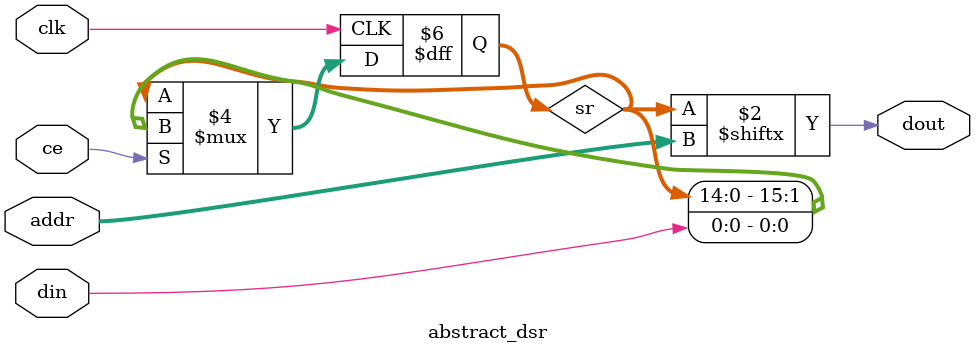
<source format=v>

`timescale 1ns / 1ns

module shortfifo #(
	parameter dw=8,
	parameter aw=4
) (
	// require single clock domain
	input clk,
	// input port
	input [dw-1:0] din,
	input we,
	// output port
	output [dw-1:0] dout,
	input re,
	// status
	output full,
	output empty,
	output [aw-1:0] count  // -1 == empty, -2 == full
);

reg [aw-1:0] raddr=~0;
genvar ix;
generate for (ix=0; ix<dw; ix=ix+1) begin: bit_slice
	abstract_dsr #(.aw(aw)) srl(.clk(clk), .ce(we), .addr(raddr),
		.din(din[ix]), .dout(dout[ix]) );
end endgenerate

parameter len = 1 << aw;
always @(posedge clk) raddr <= raddr + we - re;
assign full = raddr == len-2;
assign empty = &raddr;
assign count = raddr;

endmodule

// should infer as a single SRL16E, SRL32E, ...
// See "Dynamic Shift Registers Verilog Coding Example" in UG687
module abstract_dsr #(
	parameter aw=4
) (
	input clk,
	input ce,
	input din,
	input [aw-1:0] addr,
	output dout
);
parameter len = 1 << aw;
reg [len-1:0] sr=0;
always @(posedge clk) if (ce) sr <= {sr[len-2:0],din};
assign dout = sr[addr];
endmodule

</source>
